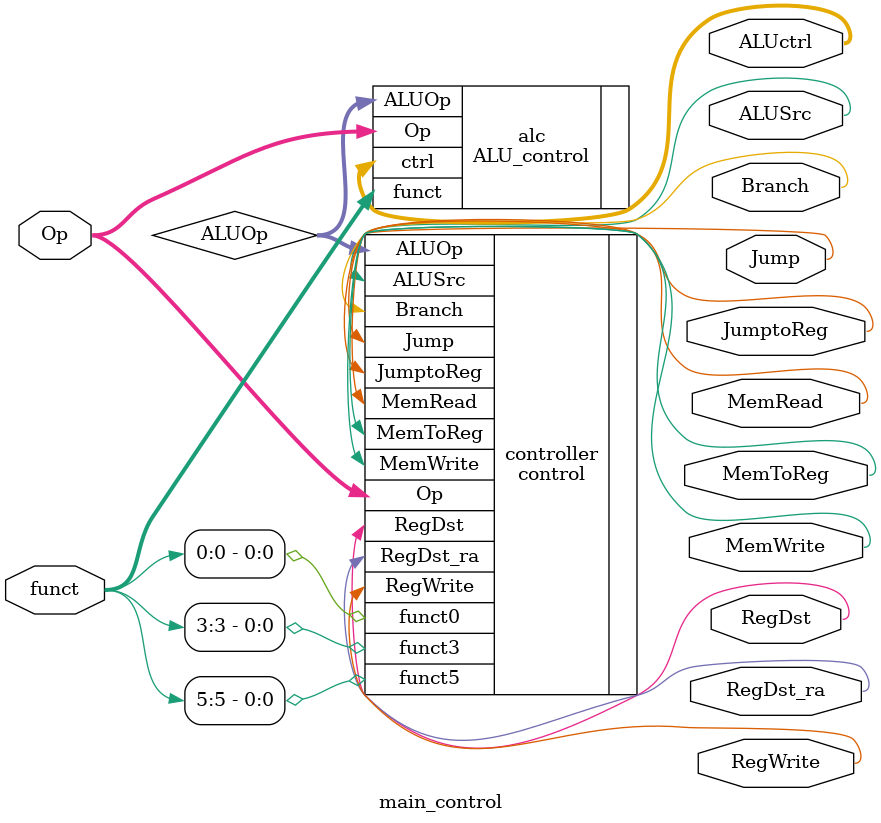
<source format=v>
`include "Multicycle_MIPS/control.v"
`include "Multicycle_MIPS/ALU_control.v"
module main_control (
    Op,
    funct,
    RegDst,
    ALUSrc,
    MemToReg,
    RegWrite,
    MemRead,
    MemWrite,
    Branch, 
    Jump,  
    RegDst_ra, 
    JumptoReg,
    ALUctrl
);

    input wire [5:0] Op;
    input wire [5:0] funct;
    output wire RegDst;
    output wire ALUSrc;
    output wire MemToReg;
    output wire RegWrite;
    output wire MemRead;
    output wire MemWrite;
    output wire Branch;
    output wire Jump;     
    output wire RegDst_ra; 
    output wire JumptoReg;
    output wire [3:0] ALUctrl;

    wire [1:0] ALUOp;
    
    control controller(
    .Op(Op),
    .funct5(funct[5]),
    .funct3(funct[3]),
    .funct0(funct[0]),
    .ALUOp(ALUOp), 
    .RegDst(RegDst),
    .ALUSrc(ALUSrc),
    .MemToReg(MemToReg),
    .RegWrite(RegWrite),
    .MemRead(MemRead),
    .MemWrite(MemWrite),
    .Branch(Branch), 
    .Jump(Jump),  
    .RegDst_ra(RegDst_ra), 
    .JumptoReg(JumptoReg)
    );

    ALU_control alc(
    .Op(Op),
    .funct(funct),
    .ALUOp(ALUOp),
    .ctrl(ALUctrl)
    );



endmodule

</source>
